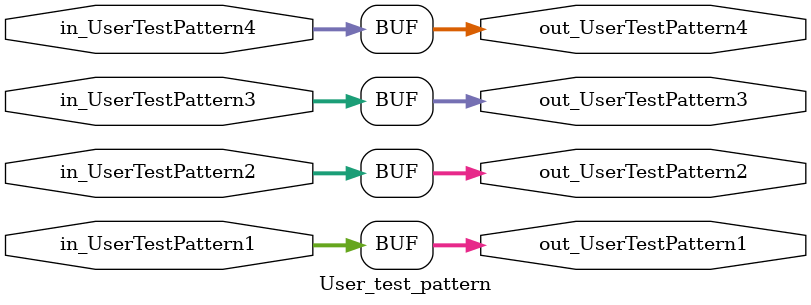
<source format=sv>
`timescale 1ns / 1ps


module User_test_pattern(
input  [15:0] in_UserTestPattern1,
input  [15:0] in_UserTestPattern2,
input  [15:0] in_UserTestPattern3,
input  [15:0] in_UserTestPattern4,

output [15:0] out_UserTestPattern1,
output [15:0] out_UserTestPattern2,
output [15:0] out_UserTestPattern3,
output [15:0] out_UserTestPattern4
    );
    
  assign out_UserTestPattern1 = in_UserTestPattern1;
  assign out_UserTestPattern2 = in_UserTestPattern2;
  assign out_UserTestPattern3 = in_UserTestPattern3;
  assign out_UserTestPattern4 = in_UserTestPattern4;
  
  
endmodule

</source>
